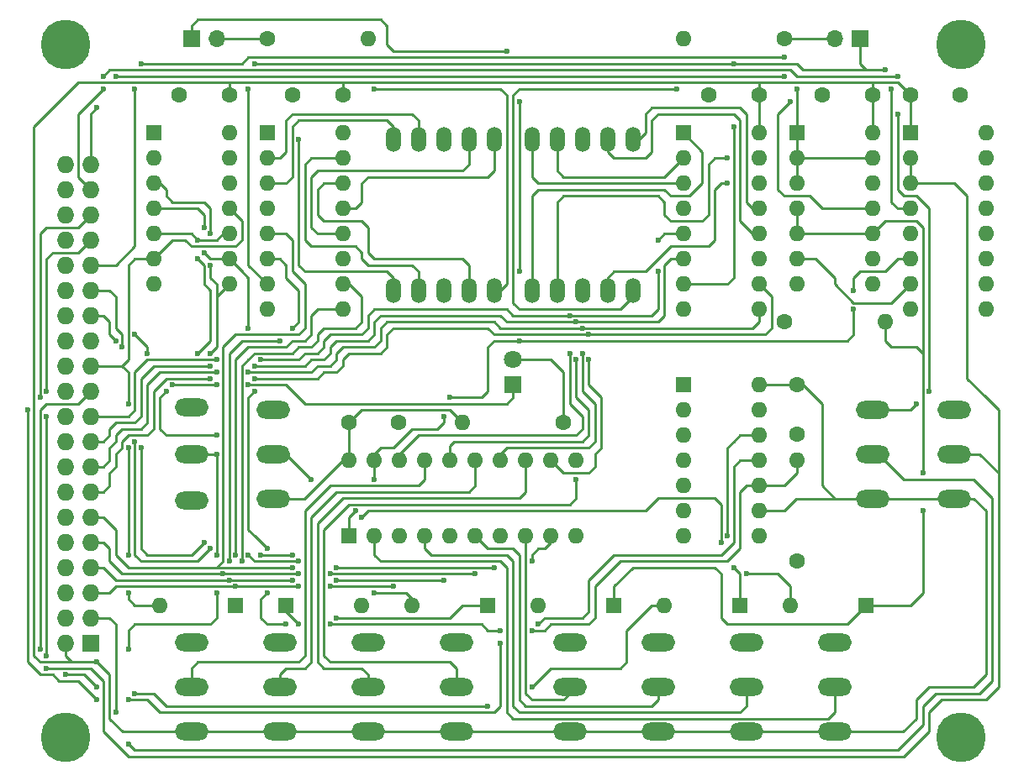
<source format=gtl>
G04 #@! TF.FileFunction,Copper,L1,Top,Signal*
%FSLAX46Y46*%
G04 Gerber Fmt 4.6, Leading zero omitted, Abs format (unit mm)*
G04 Created by KiCad (PCBNEW 4.0.7) date 10/02/18 18:52:56*
%MOMM*%
%LPD*%
G01*
G04 APERTURE LIST*
%ADD10C,0.100000*%
%ADD11R,1.600000X1.600000*%
%ADD12O,1.600000X1.600000*%
%ADD13R,1.727200X1.727200*%
%ADD14O,1.727200X1.727200*%
%ADD15C,5.000000*%
%ADD16C,1.600000*%
%ADD17R,1.800000X1.800000*%
%ADD18C,1.800000*%
%ADD19O,1.524000X2.524000*%
%ADD20O,3.400000X1.800000*%
%ADD21R,1.700000X1.700000*%
%ADD22O,1.700000X1.700000*%
%ADD23C,0.600000*%
%ADD24C,0.250000*%
G04 APERTURE END LIST*
D10*
D11*
X178435000Y-80645000D03*
D12*
X186055000Y-95885000D03*
X178435000Y-83185000D03*
X186055000Y-93345000D03*
X178435000Y-85725000D03*
X186055000Y-90805000D03*
X178435000Y-88265000D03*
X186055000Y-88265000D03*
X178435000Y-90805000D03*
X186055000Y-85725000D03*
X178435000Y-93345000D03*
X186055000Y-83185000D03*
X178435000Y-95885000D03*
X186055000Y-80645000D03*
D13*
X107315000Y-132080000D03*
D14*
X104775000Y-132080000D03*
X107315000Y-129540000D03*
X104775000Y-129540000D03*
X107315000Y-127000000D03*
X104775000Y-127000000D03*
X107315000Y-124460000D03*
X104775000Y-124460000D03*
X107315000Y-121920000D03*
X104775000Y-121920000D03*
X107315000Y-119380000D03*
X104775000Y-119380000D03*
X107315000Y-116840000D03*
X104775000Y-116840000D03*
X107315000Y-114300000D03*
X104775000Y-114300000D03*
X107315000Y-111760000D03*
X104775000Y-111760000D03*
X107315000Y-109220000D03*
X104775000Y-109220000D03*
X107315000Y-106680000D03*
X104775000Y-106680000D03*
X107315000Y-104140000D03*
X104775000Y-104140000D03*
X107315000Y-101600000D03*
X104775000Y-101600000D03*
X107315000Y-99060000D03*
X104775000Y-99060000D03*
X107315000Y-96520000D03*
X104775000Y-96520000D03*
X107315000Y-93980000D03*
X104775000Y-93980000D03*
X107315000Y-91440000D03*
X104775000Y-91440000D03*
X107315000Y-88900000D03*
X104775000Y-88900000D03*
X107315000Y-86360000D03*
X104775000Y-86360000D03*
X107315000Y-83820000D03*
X104775000Y-83820000D03*
D11*
X167005000Y-80645000D03*
D12*
X174625000Y-98425000D03*
X167005000Y-83185000D03*
X174625000Y-95885000D03*
X167005000Y-85725000D03*
X174625000Y-93345000D03*
X167005000Y-88265000D03*
X174625000Y-90805000D03*
X167005000Y-90805000D03*
X174625000Y-88265000D03*
X167005000Y-93345000D03*
X174625000Y-85725000D03*
X167005000Y-95885000D03*
X174625000Y-83185000D03*
X167005000Y-98425000D03*
X174625000Y-80645000D03*
D11*
X133350000Y-121285000D03*
D12*
X156210000Y-113665000D03*
X135890000Y-121285000D03*
X153670000Y-113665000D03*
X138430000Y-121285000D03*
X151130000Y-113665000D03*
X140970000Y-121285000D03*
X148590000Y-113665000D03*
X143510000Y-121285000D03*
X146050000Y-113665000D03*
X146050000Y-121285000D03*
X143510000Y-113665000D03*
X148590000Y-121285000D03*
X140970000Y-113665000D03*
X151130000Y-121285000D03*
X138430000Y-113665000D03*
X153670000Y-121285000D03*
X135890000Y-113665000D03*
X156210000Y-121285000D03*
X133350000Y-113665000D03*
D11*
X167005000Y-106045000D03*
D12*
X174625000Y-121285000D03*
X167005000Y-108585000D03*
X174625000Y-118745000D03*
X167005000Y-111125000D03*
X174625000Y-116205000D03*
X167005000Y-113665000D03*
X174625000Y-113665000D03*
X167005000Y-116205000D03*
X174625000Y-111125000D03*
X167005000Y-118745000D03*
X174625000Y-108585000D03*
X167005000Y-121285000D03*
X174625000Y-106045000D03*
D11*
X189865000Y-80645000D03*
D12*
X197485000Y-98425000D03*
X189865000Y-83185000D03*
X197485000Y-95885000D03*
X189865000Y-85725000D03*
X197485000Y-93345000D03*
X189865000Y-88265000D03*
X197485000Y-90805000D03*
X189865000Y-90805000D03*
X197485000Y-88265000D03*
X189865000Y-93345000D03*
X197485000Y-85725000D03*
X189865000Y-95885000D03*
X197485000Y-83185000D03*
X189865000Y-98425000D03*
X197485000Y-80645000D03*
D11*
X113665000Y-80645000D03*
D12*
X121285000Y-95885000D03*
X113665000Y-83185000D03*
X121285000Y-93345000D03*
X113665000Y-85725000D03*
X121285000Y-90805000D03*
X113665000Y-88265000D03*
X121285000Y-88265000D03*
X113665000Y-90805000D03*
X121285000Y-85725000D03*
X113665000Y-93345000D03*
X121285000Y-83185000D03*
X113665000Y-95885000D03*
X121285000Y-80645000D03*
D15*
X104775000Y-71755000D03*
X194945000Y-71755000D03*
D11*
X125095000Y-80645000D03*
D12*
X132715000Y-98425000D03*
X125095000Y-83185000D03*
X132715000Y-95885000D03*
X125095000Y-85725000D03*
X132715000Y-93345000D03*
X125095000Y-88265000D03*
X132715000Y-90805000D03*
X125095000Y-90805000D03*
X132715000Y-88265000D03*
X125095000Y-93345000D03*
X132715000Y-85725000D03*
X125095000Y-95885000D03*
X132715000Y-83185000D03*
X125095000Y-98425000D03*
X132715000Y-80645000D03*
D16*
X177165000Y-99695000D03*
D12*
X187325000Y-99695000D03*
D16*
X178435000Y-123825000D03*
D12*
X178435000Y-113665000D03*
D16*
X154940000Y-109855000D03*
D12*
X144780000Y-109855000D03*
D15*
X194945000Y-141605000D03*
X104775000Y-141605000D03*
D11*
X160020000Y-128270000D03*
D12*
X152400000Y-128270000D03*
D11*
X185420000Y-128270000D03*
D12*
X177800000Y-128270000D03*
D11*
X172720000Y-128270000D03*
D12*
X165100000Y-128270000D03*
D11*
X127000000Y-128270000D03*
D12*
X134620000Y-128270000D03*
D11*
X121920000Y-128270000D03*
D12*
X114300000Y-128270000D03*
D11*
X147320000Y-128270000D03*
D12*
X139700000Y-128270000D03*
D17*
X149860000Y-106045000D03*
D18*
X149860000Y-103505000D03*
D16*
X174625000Y-76835000D03*
X169625000Y-76835000D03*
X133350000Y-109855000D03*
X138350000Y-109855000D03*
X132715000Y-76835000D03*
X127715000Y-76835000D03*
X186055000Y-76835000D03*
X181055000Y-76835000D03*
X178435000Y-106045000D03*
X178435000Y-111045000D03*
X189865000Y-76835000D03*
X194865000Y-76835000D03*
X121285000Y-76835000D03*
X116285000Y-76835000D03*
D19*
X151765000Y-96520000D03*
X154305000Y-96520000D03*
X156845000Y-96520000D03*
X159385000Y-96520000D03*
X161925000Y-96520000D03*
X161925000Y-81280000D03*
X159385000Y-81280000D03*
X156845000Y-81280000D03*
X154305000Y-81280000D03*
X151765000Y-81280000D03*
X137795000Y-96520000D03*
X140335000Y-96520000D03*
X142875000Y-96520000D03*
X145415000Y-96520000D03*
X147955000Y-96520000D03*
X147955000Y-81280000D03*
X145415000Y-81280000D03*
X142875000Y-81280000D03*
X140335000Y-81280000D03*
X137795000Y-81280000D03*
D20*
X194310000Y-117530000D03*
X194310000Y-113030000D03*
X194310000Y-108530000D03*
X125730000Y-117530000D03*
X125730000Y-113030000D03*
X125730000Y-108530000D03*
X173355000Y-141025000D03*
X173355000Y-136525000D03*
X173355000Y-132025000D03*
D21*
X117475000Y-71120000D03*
D22*
X120015000Y-71120000D03*
D21*
X184785000Y-71120000D03*
D22*
X182245000Y-71120000D03*
D16*
X125095000Y-71120000D03*
D12*
X135255000Y-71120000D03*
D16*
X177165000Y-71120000D03*
D12*
X167005000Y-71120000D03*
D20*
X186055000Y-117530000D03*
X186055000Y-113030000D03*
X186055000Y-108530000D03*
X117475000Y-141025000D03*
X117475000Y-136525000D03*
X117475000Y-132025000D03*
X126365000Y-141025000D03*
X126365000Y-136525000D03*
X126365000Y-132025000D03*
X135255000Y-141025000D03*
X135255000Y-136525000D03*
X135255000Y-132025000D03*
X144145000Y-141025000D03*
X144145000Y-136525000D03*
X144145000Y-132025000D03*
X155575000Y-141025000D03*
X155575000Y-136525000D03*
X155575000Y-132025000D03*
X164465000Y-141025000D03*
X164465000Y-136525000D03*
X164465000Y-132025000D03*
X182245000Y-141025000D03*
X182245000Y-136525000D03*
X182245000Y-132025000D03*
X117475000Y-108330000D03*
X117475000Y-113030000D03*
X117475000Y-117730000D03*
D23*
X128270000Y-81280000D03*
X171450000Y-83185000D03*
X171450000Y-85725000D03*
X107950000Y-133985000D03*
X111125000Y-132715000D03*
X120015000Y-127000000D03*
X120015000Y-123190000D03*
X120015000Y-113030000D03*
X123190000Y-100330000D03*
X123825000Y-106680000D03*
X132080000Y-129540000D03*
X127000000Y-130175000D03*
X125095000Y-122555000D03*
X125095000Y-127000000D03*
X118745000Y-92710000D03*
X118745000Y-90170000D03*
X152400000Y-130175000D03*
X127635000Y-123190000D03*
X135890000Y-127000000D03*
X112395000Y-112395000D03*
X118745000Y-121920000D03*
X109855000Y-101600000D03*
X124460000Y-123190000D03*
X128270000Y-130175000D03*
X131445000Y-130175000D03*
X148590000Y-130810000D03*
X151765000Y-130810000D03*
X110490000Y-102235000D03*
X123190000Y-123190000D03*
X119380000Y-122555000D03*
X128270000Y-123825000D03*
X111760000Y-111760000D03*
X172085000Y-124460000D03*
X171450000Y-121285000D03*
X102870000Y-106680000D03*
X102870000Y-109220000D03*
X102870000Y-133350000D03*
X104775000Y-135255000D03*
X111760000Y-137160000D03*
X107950000Y-136525000D03*
X147320000Y-138430000D03*
X151765000Y-136525000D03*
X191135000Y-118745000D03*
X191135000Y-114935000D03*
X134620000Y-119380000D03*
X173355000Y-125095000D03*
X170815000Y-121920000D03*
X129540000Y-115570000D03*
X120015000Y-111125000D03*
X118110000Y-91440000D03*
X118110000Y-93345000D03*
X118110000Y-102870000D03*
X114935000Y-106680000D03*
X102235000Y-107315000D03*
X100965000Y-108585000D03*
X111125000Y-137795000D03*
X107950000Y-137795000D03*
X148590000Y-132080000D03*
X177800000Y-77470000D03*
X177165000Y-73025000D03*
X112395000Y-73660000D03*
X111760000Y-76200000D03*
X190500000Y-107950000D03*
X191770000Y-106680000D03*
X107950000Y-78105000D03*
X108585000Y-74930000D03*
X188595000Y-74930000D03*
X188595000Y-78740000D03*
X177165000Y-74930000D03*
X178435000Y-76200000D03*
X108585000Y-76200000D03*
X109855000Y-74930000D03*
X155575000Y-99060000D03*
X155575000Y-102870000D03*
X164465000Y-91440000D03*
X120015000Y-103505000D03*
X124460000Y-103505000D03*
X164465000Y-94615000D03*
X156210000Y-99695000D03*
X156210000Y-103505000D03*
X123825000Y-104140000D03*
X119380000Y-104140000D03*
X156845000Y-100330000D03*
X156845000Y-102870000D03*
X123190000Y-104775000D03*
X120015000Y-104775000D03*
X157480000Y-100965000D03*
X157480000Y-103505000D03*
X123825000Y-105410000D03*
X119380000Y-105410000D03*
X127635000Y-124460000D03*
X132080000Y-124460000D03*
X151765000Y-123825000D03*
X147955000Y-124460000D03*
X120650000Y-125095000D03*
X121285000Y-123825000D03*
X126365000Y-101600000D03*
X127635000Y-100330000D03*
X131445000Y-125095000D03*
X128270000Y-125095000D03*
X146050000Y-125095000D03*
X121920000Y-123190000D03*
X121285000Y-125730000D03*
X142875000Y-125730000D03*
X127635000Y-125730000D03*
X132080000Y-125730000D03*
X121920000Y-126365000D03*
X122555000Y-123825000D03*
X128270000Y-126365000D03*
X131445000Y-126365000D03*
X137795000Y-126365000D03*
X156210000Y-115570000D03*
X123190000Y-76200000D03*
X123825000Y-73660000D03*
X172085000Y-73660000D03*
X172085000Y-80010000D03*
X187960000Y-76200000D03*
X187325000Y-74295000D03*
X150495000Y-101600000D03*
X150495000Y-94615000D03*
X150495000Y-77470000D03*
X149225000Y-72390000D03*
X143510000Y-107315000D03*
X142875000Y-109220000D03*
X184150000Y-98425000D03*
X184150000Y-96520000D03*
X135890000Y-115570000D03*
X133985000Y-118745000D03*
X111125000Y-123190000D03*
X111125000Y-127000000D03*
X111125000Y-112395000D03*
X111125000Y-107950000D03*
X102870000Y-134620000D03*
X102235000Y-132715000D03*
X111125000Y-142240000D03*
X109855000Y-139065000D03*
X119380000Y-102870000D03*
X119380000Y-93980000D03*
X119380000Y-90805000D03*
X135890000Y-76200000D03*
X166370000Y-76200000D03*
X123190000Y-106045000D03*
X120015000Y-106045000D03*
X115570000Y-106045000D03*
X113030000Y-102870000D03*
X111760000Y-100965000D03*
D24*
X128270000Y-87630000D02*
X128270000Y-81280000D01*
X130175000Y-94615000D02*
X128905000Y-94615000D01*
X128270000Y-93980000D02*
X128270000Y-87630000D01*
X128905000Y-94615000D02*
X128270000Y-93980000D01*
X131445000Y-94615000D02*
X130175000Y-94615000D01*
X137160000Y-94615000D02*
X137795000Y-95250000D01*
X131445000Y-94615000D02*
X137160000Y-94615000D01*
X137795000Y-95250000D02*
X137795000Y-96520000D01*
X133985000Y-92075000D02*
X134620000Y-92710000D01*
X139700000Y-93980000D02*
X140335000Y-94615000D01*
X135255000Y-93980000D02*
X139700000Y-93980000D01*
X134620000Y-93345000D02*
X135255000Y-93980000D01*
X134620000Y-92710000D02*
X134620000Y-93345000D01*
X130810000Y-92075000D02*
X129540000Y-92075000D01*
X129540000Y-83185000D02*
X130810000Y-83185000D01*
X128905000Y-83820000D02*
X129540000Y-83185000D01*
X128905000Y-91440000D02*
X128905000Y-83820000D01*
X129540000Y-92075000D02*
X128905000Y-91440000D01*
X132715000Y-83185000D02*
X130810000Y-83185000D01*
X130810000Y-92075000D02*
X132080000Y-92075000D01*
X132715000Y-83185000D02*
X132080000Y-83185000D01*
X132080000Y-92075000D02*
X133985000Y-92075000D01*
X140335000Y-94615000D02*
X140335000Y-96520000D01*
X134620000Y-89535000D02*
X135255000Y-90170000D01*
X144780000Y-93345000D02*
X145415000Y-93980000D01*
X135890000Y-93345000D02*
X144780000Y-93345000D01*
X135255000Y-92710000D02*
X135890000Y-93345000D01*
X135255000Y-90170000D02*
X135255000Y-92710000D01*
X132715000Y-85725000D02*
X130810000Y-85725000D01*
X130810000Y-89535000D02*
X132080000Y-89535000D01*
X130175000Y-88900000D02*
X130810000Y-89535000D01*
X130175000Y-86360000D02*
X130175000Y-88900000D01*
X130810000Y-85725000D02*
X130175000Y-86360000D01*
X132715000Y-85725000D02*
X132080000Y-85725000D01*
X132080000Y-89535000D02*
X133985000Y-89535000D01*
X133985000Y-89535000D02*
X134620000Y-89535000D01*
X145415000Y-93980000D02*
X145415000Y-96520000D01*
X147955000Y-81280000D02*
X147955000Y-84455000D01*
X133985000Y-88265000D02*
X132715000Y-88265000D01*
X134620000Y-87630000D02*
X133985000Y-88265000D01*
X134620000Y-85725000D02*
X134620000Y-87630000D01*
X135255000Y-85090000D02*
X134620000Y-85725000D01*
X147320000Y-85090000D02*
X135255000Y-85090000D01*
X147955000Y-84455000D02*
X147320000Y-85090000D01*
X131445000Y-90805000D02*
X130175000Y-90805000D01*
X130175000Y-84455000D02*
X131445000Y-84455000D01*
X129540000Y-85090000D02*
X130175000Y-84455000D01*
X129540000Y-90170000D02*
X129540000Y-85090000D01*
X130175000Y-90805000D02*
X129540000Y-90170000D01*
X132715000Y-90805000D02*
X131445000Y-90805000D01*
X145415000Y-83820000D02*
X145415000Y-81280000D01*
X131445000Y-84455000D02*
X144780000Y-84455000D01*
X144780000Y-84455000D02*
X145415000Y-83820000D01*
X134620000Y-78740000D02*
X139700000Y-78740000D01*
X126365000Y-83185000D02*
X127000000Y-82550000D01*
X127000000Y-82550000D02*
X127000000Y-79375000D01*
X127000000Y-79375000D02*
X127635000Y-78740000D01*
X127635000Y-78740000D02*
X134620000Y-78740000D01*
X125095000Y-83185000D02*
X126365000Y-83185000D01*
X140335000Y-79375000D02*
X140335000Y-81280000D01*
X139700000Y-78740000D02*
X140335000Y-79375000D01*
X134620000Y-79375000D02*
X137160000Y-79375000D01*
X127000000Y-85725000D02*
X127635000Y-85090000D01*
X127635000Y-85090000D02*
X127635000Y-80010000D01*
X127635000Y-80010000D02*
X128270000Y-79375000D01*
X128270000Y-79375000D02*
X134620000Y-79375000D01*
X125095000Y-85725000D02*
X127000000Y-85725000D01*
X137795000Y-80010000D02*
X137795000Y-81280000D01*
X137160000Y-79375000D02*
X137795000Y-80010000D01*
X165735000Y-86995000D02*
X165100000Y-86360000D01*
X151765000Y-86995000D02*
X151765000Y-87630000D01*
X152400000Y-86360000D02*
X151765000Y-86995000D01*
X165100000Y-86360000D02*
X152400000Y-86360000D01*
X151765000Y-96520000D02*
X151765000Y-87630000D01*
X168910000Y-82550000D02*
X167005000Y-80645000D01*
X168910000Y-85725000D02*
X168910000Y-82550000D01*
X167640000Y-86995000D02*
X168910000Y-85725000D01*
X165735000Y-86995000D02*
X167640000Y-86995000D01*
X170180000Y-83185000D02*
X171450000Y-83185000D01*
X169545000Y-88900000D02*
X168910000Y-89535000D01*
X169545000Y-83820000D02*
X169545000Y-88900000D01*
X170180000Y-83185000D02*
X169545000Y-83820000D01*
X154305000Y-90170000D02*
X154305000Y-96520000D01*
X165735000Y-89535000D02*
X168275000Y-89535000D01*
X168910000Y-89535000D02*
X168275000Y-89535000D01*
X165100000Y-88900000D02*
X165100000Y-87630000D01*
X165100000Y-87630000D02*
X164465000Y-86995000D01*
X164465000Y-86995000D02*
X154940000Y-86995000D01*
X154940000Y-86995000D02*
X154305000Y-87630000D01*
X154305000Y-87630000D02*
X154305000Y-90170000D01*
X165735000Y-89535000D02*
X165100000Y-88900000D01*
X170815000Y-85725000D02*
X171450000Y-85725000D01*
X159385000Y-96520000D02*
X159385000Y-95250000D01*
X165735000Y-92075000D02*
X163195000Y-94615000D01*
X163195000Y-94615000D02*
X160020000Y-94615000D01*
X160020000Y-94615000D02*
X159385000Y-95250000D01*
X168275000Y-92075000D02*
X169545000Y-92075000D01*
X170180000Y-86360000D02*
X170815000Y-85725000D01*
X170180000Y-91440000D02*
X170180000Y-86360000D01*
X169545000Y-92075000D02*
X170180000Y-91440000D01*
X168275000Y-92075000D02*
X165735000Y-92075000D01*
X161925000Y-81280000D02*
X162560000Y-81280000D01*
X162560000Y-81280000D02*
X163195000Y-80645000D01*
X163195000Y-80645000D02*
X163195000Y-78740000D01*
X163195000Y-78740000D02*
X163830000Y-78105000D01*
X174625000Y-88265000D02*
X173990000Y-88265000D01*
X173990000Y-88265000D02*
X173355000Y-87630000D01*
X173355000Y-87630000D02*
X173355000Y-78740000D01*
X173355000Y-78740000D02*
X172720000Y-78105000D01*
X172720000Y-78105000D02*
X163830000Y-78105000D01*
X163830000Y-81915000D02*
X163830000Y-82550000D01*
X160020000Y-83185000D02*
X159385000Y-82550000D01*
X163195000Y-83185000D02*
X160020000Y-83185000D01*
X163830000Y-82550000D02*
X163195000Y-83185000D01*
X165100000Y-78740000D02*
X164465000Y-78740000D01*
X172720000Y-79375000D02*
X172085000Y-78740000D01*
X172085000Y-78740000D02*
X165100000Y-78740000D01*
X173990000Y-90805000D02*
X172720000Y-89535000D01*
X172720000Y-89535000D02*
X172720000Y-84455000D01*
X172720000Y-84455000D02*
X172720000Y-79375000D01*
X159385000Y-82550000D02*
X159385000Y-81280000D01*
X163830000Y-79375000D02*
X163830000Y-81915000D01*
X164465000Y-78740000D02*
X163830000Y-79375000D01*
X174625000Y-90805000D02*
X173990000Y-90805000D01*
X154305000Y-81280000D02*
X154305000Y-84455000D01*
X165100000Y-85090000D02*
X167005000Y-83185000D01*
X154940000Y-85090000D02*
X165100000Y-85090000D01*
X154305000Y-84455000D02*
X154940000Y-85090000D01*
X151765000Y-81280000D02*
X151765000Y-85090000D01*
X152400000Y-85725000D02*
X167005000Y-85725000D01*
X151765000Y-85090000D02*
X152400000Y-85725000D01*
X125730000Y-117530000D02*
X128850000Y-117530000D01*
X128850000Y-117530000D02*
X132715000Y-113665000D01*
X132715000Y-113665000D02*
X133350000Y-113665000D01*
X143510000Y-108585000D02*
X134620000Y-108585000D01*
X134620000Y-108585000D02*
X133350000Y-109855000D01*
X114935000Y-130175000D02*
X111760000Y-130175000D01*
X111125000Y-130810000D02*
X111125000Y-132715000D01*
X111760000Y-130175000D02*
X111125000Y-130810000D01*
X117475000Y-113030000D02*
X120015000Y-113030000D01*
X120015000Y-129540000D02*
X120015000Y-127000000D01*
X119380000Y-130175000D02*
X120015000Y-129540000D01*
X120015000Y-123190000D02*
X120015000Y-113030000D01*
X115570000Y-130175000D02*
X119380000Y-130175000D01*
X114935000Y-130175000D02*
X115570000Y-130175000D01*
X117475000Y-113030000D02*
X116840000Y-113030000D01*
X114300000Y-141025000D02*
X114300000Y-140970000D01*
X114300000Y-140970000D02*
X114300000Y-141025000D01*
X194310000Y-117530000D02*
X186055000Y-117530000D01*
X143455000Y-108530000D02*
X143510000Y-108585000D01*
X143510000Y-108585000D02*
X144780000Y-109855000D01*
X194310000Y-117530000D02*
X196270000Y-117530000D01*
X191770000Y-136525000D02*
X193040000Y-136525000D01*
X190500000Y-137795000D02*
X191770000Y-136525000D01*
X190500000Y-139700000D02*
X190500000Y-137795000D01*
X189175000Y-141025000D02*
X190500000Y-139700000D01*
X182245000Y-141025000D02*
X189175000Y-141025000D01*
X197485000Y-118745000D02*
X197485000Y-135255000D01*
X197485000Y-135255000D02*
X196215000Y-136525000D01*
X196215000Y-136525000D02*
X193040000Y-136525000D01*
X196270000Y-117530000D02*
X197485000Y-118745000D01*
X178435000Y-106045000D02*
X179070000Y-106045000D01*
X179070000Y-106045000D02*
X180975000Y-107950000D01*
X180975000Y-116205000D02*
X182300000Y-117530000D01*
X180975000Y-107950000D02*
X180975000Y-116205000D01*
X174625000Y-106045000D02*
X178435000Y-106045000D01*
X174625000Y-118745000D02*
X177165000Y-118745000D01*
X178380000Y-117530000D02*
X182300000Y-117530000D01*
X182300000Y-117530000D02*
X186055000Y-117530000D01*
X177165000Y-118745000D02*
X178380000Y-117530000D01*
X174625000Y-76835000D02*
X174625000Y-80645000D01*
X189865000Y-76835000D02*
X189865000Y-80645000D01*
X186055000Y-76835000D02*
X186055000Y-80645000D01*
X133350000Y-109855000D02*
X133350000Y-113665000D01*
X105410000Y-133985000D02*
X107950000Y-133985000D01*
X107950000Y-133985000D02*
X109220000Y-135255000D01*
X110545000Y-141025000D02*
X114300000Y-141025000D01*
X109220000Y-139700000D02*
X110545000Y-141025000D01*
X109220000Y-135255000D02*
X109220000Y-139700000D01*
X114300000Y-141025000D02*
X117475000Y-141025000D01*
X173355000Y-141025000D02*
X182245000Y-141025000D01*
X164465000Y-141025000D02*
X173355000Y-141025000D01*
X155575000Y-141025000D02*
X164465000Y-141025000D01*
X144145000Y-141025000D02*
X155575000Y-141025000D01*
X135255000Y-141025000D02*
X144145000Y-141025000D01*
X126365000Y-141025000D02*
X135255000Y-141025000D01*
X117475000Y-141025000D02*
X126365000Y-141025000D01*
X101600000Y-80010000D02*
X106045000Y-75565000D01*
X186055000Y-75565000D02*
X186055000Y-76835000D01*
X174625000Y-76835000D02*
X174625000Y-75565000D01*
X132715000Y-75565000D02*
X132715000Y-76835000D01*
X121285000Y-75565000D02*
X122555000Y-75565000D01*
X105410000Y-133985000D02*
X102235000Y-133985000D01*
X101600000Y-133350000D02*
X101600000Y-80010000D01*
X102235000Y-133985000D02*
X101600000Y-133350000D01*
X121285000Y-75565000D02*
X121285000Y-76835000D01*
X106045000Y-75565000D02*
X121285000Y-75565000D01*
X133985000Y-75565000D02*
X132715000Y-75565000D01*
X174625000Y-75565000D02*
X133985000Y-75565000D01*
X132715000Y-75565000D02*
X122555000Y-75565000D01*
X175895000Y-75565000D02*
X174625000Y-75565000D01*
X175895000Y-75565000D02*
X184785000Y-75565000D01*
X184785000Y-75565000D02*
X186055000Y-75565000D01*
X186055000Y-75565000D02*
X188595000Y-75565000D01*
X188595000Y-75565000D02*
X189865000Y-76835000D01*
X104775000Y-132080000D02*
X104775000Y-133350000D01*
X104775000Y-133350000D02*
X105410000Y-133985000D01*
X124460000Y-127635000D02*
X125095000Y-127000000D01*
X121285000Y-93345000D02*
X122555000Y-94615000D01*
X123190000Y-100330000D02*
X123190000Y-97155000D01*
X123190000Y-107315000D02*
X123825000Y-106680000D01*
X123190000Y-97155000D02*
X123190000Y-96520000D01*
X123190000Y-95250000D02*
X122555000Y-94615000D01*
X123190000Y-96520000D02*
X123190000Y-95250000D01*
X144780000Y-128270000D02*
X143510000Y-129540000D01*
X143510000Y-129540000D02*
X132080000Y-129540000D01*
X127000000Y-130175000D02*
X125095000Y-130175000D01*
X125095000Y-130175000D02*
X124460000Y-129540000D01*
X124460000Y-129540000D02*
X124460000Y-127635000D01*
X144780000Y-128270000D02*
X147320000Y-128270000D01*
X123190000Y-107315000D02*
X123190000Y-118745000D01*
X123190000Y-120650000D02*
X123190000Y-118745000D01*
X123825000Y-121285000D02*
X123190000Y-120650000D01*
X125095000Y-122555000D02*
X123825000Y-121285000D01*
X118745000Y-92710000D02*
X119380000Y-93345000D01*
X119380000Y-93345000D02*
X121285000Y-93345000D01*
X113665000Y-88265000D02*
X118110000Y-88265000D01*
X118745000Y-88900000D02*
X118745000Y-90170000D01*
X118110000Y-88265000D02*
X118745000Y-88900000D01*
X169545000Y-123190000D02*
X170815000Y-123190000D01*
X157480000Y-128905000D02*
X157480000Y-125730000D01*
X153035000Y-129540000D02*
X156845000Y-129540000D01*
X156845000Y-129540000D02*
X157480000Y-128905000D01*
X152400000Y-130175000D02*
X153035000Y-129540000D01*
X160020000Y-123190000D02*
X160655000Y-123190000D01*
X157480000Y-125730000D02*
X160020000Y-123190000D01*
X160655000Y-123190000D02*
X169545000Y-123190000D01*
X172720000Y-113665000D02*
X174625000Y-113665000D01*
X172085000Y-114300000D02*
X172720000Y-113665000D01*
X172085000Y-121920000D02*
X172085000Y-114300000D01*
X170815000Y-123190000D02*
X172085000Y-121920000D01*
X127635000Y-123190000D02*
X124460000Y-123190000D01*
X139065000Y-127000000D02*
X135890000Y-127000000D01*
X139700000Y-127635000D02*
X139065000Y-127000000D01*
X112395000Y-113030000D02*
X112395000Y-112395000D01*
X117475000Y-123190000D02*
X113030000Y-123190000D01*
X113030000Y-123190000D02*
X112395000Y-122555000D01*
X112395000Y-122555000D02*
X112395000Y-113030000D01*
X118745000Y-121920000D02*
X117475000Y-123190000D01*
X139700000Y-127635000D02*
X139700000Y-128270000D01*
X109855000Y-101600000D02*
X109855000Y-101600000D01*
X108585000Y-99060000D02*
X107315000Y-99060000D01*
X109855000Y-101600000D02*
X109220000Y-100965000D01*
X109220000Y-100965000D02*
X109220000Y-99695000D01*
X109220000Y-99695000D02*
X108585000Y-99060000D01*
X153670000Y-130175000D02*
X157480000Y-130175000D01*
X158115000Y-129540000D02*
X158115000Y-126365000D01*
X157480000Y-130175000D02*
X158115000Y-129540000D01*
X153670000Y-130175000D02*
X153035000Y-130810000D01*
X158115000Y-126365000D02*
X160655000Y-123825000D01*
X174625000Y-116205000D02*
X173355000Y-116205000D01*
X172720000Y-116840000D02*
X173355000Y-116205000D01*
X172720000Y-122555000D02*
X172720000Y-116840000D01*
X171450000Y-123825000D02*
X172720000Y-122555000D01*
X160655000Y-123825000D02*
X171450000Y-123825000D01*
X147320000Y-130810000D02*
X148590000Y-130810000D01*
X131445000Y-130175000D02*
X146685000Y-130175000D01*
X128270000Y-130175000D02*
X127000000Y-128905000D01*
X146685000Y-130175000D02*
X147320000Y-130810000D01*
X153035000Y-130810000D02*
X151765000Y-130810000D01*
X127000000Y-128270000D02*
X127000000Y-128905000D01*
X174625000Y-116205000D02*
X177165000Y-116205000D01*
X177165000Y-116205000D02*
X178435000Y-114935000D01*
X178435000Y-114935000D02*
X178435000Y-113665000D01*
X110490000Y-102235000D02*
X110490000Y-100965000D01*
X119380000Y-122555000D02*
X118110000Y-123825000D01*
X123825000Y-123825000D02*
X123190000Y-123190000D01*
X128270000Y-123825000D02*
X124460000Y-123825000D01*
X124460000Y-123825000D02*
X123825000Y-123825000D01*
X111760000Y-123190000D02*
X111760000Y-111760000D01*
X112395000Y-123825000D02*
X111760000Y-123190000D01*
X118110000Y-123825000D02*
X112395000Y-123825000D01*
X109220000Y-96520000D02*
X107315000Y-96520000D01*
X109855000Y-97155000D02*
X109220000Y-96520000D01*
X109855000Y-100330000D02*
X109855000Y-97155000D01*
X110490000Y-100965000D02*
X109855000Y-100330000D01*
X172085000Y-111760000D02*
X171450000Y-112395000D01*
X172720000Y-125095000D02*
X172085000Y-124460000D01*
X172085000Y-111760000D02*
X172720000Y-111125000D01*
X174625000Y-111125000D02*
X172720000Y-111125000D01*
X172720000Y-125095000D02*
X172720000Y-128270000D01*
X171450000Y-112395000D02*
X171450000Y-121285000D01*
X165100000Y-128270000D02*
X163830000Y-128270000D01*
X113665000Y-137160000D02*
X114935000Y-138430000D01*
X114935000Y-138430000D02*
X140970000Y-138430000D01*
X104775000Y-135255000D02*
X106680000Y-135255000D01*
X102870000Y-109220000D02*
X102870000Y-133350000D01*
X103505000Y-92710000D02*
X106045000Y-92710000D01*
X102870000Y-93345000D02*
X103505000Y-92710000D01*
X106045000Y-92710000D02*
X107315000Y-91440000D01*
X102870000Y-93345000D02*
X102870000Y-106680000D01*
X106680000Y-135255000D02*
X107950000Y-136525000D01*
X111760000Y-137160000D02*
X113665000Y-137160000D01*
X147320000Y-138430000D02*
X140970000Y-138430000D01*
X153670000Y-134620000D02*
X151765000Y-136525000D01*
X160655000Y-134620000D02*
X153670000Y-134620000D01*
X161290000Y-133985000D02*
X160655000Y-134620000D01*
X161290000Y-130810000D02*
X161290000Y-133985000D01*
X163830000Y-128270000D02*
X161290000Y-130810000D01*
X160020000Y-128270000D02*
X160020000Y-126365000D01*
X170815000Y-129540000D02*
X171450000Y-130175000D01*
X170815000Y-125095000D02*
X170815000Y-129540000D01*
X170180000Y-124460000D02*
X170815000Y-125095000D01*
X161925000Y-124460000D02*
X170180000Y-124460000D01*
X160020000Y-126365000D02*
X161925000Y-124460000D01*
X191135000Y-127000000D02*
X191135000Y-118745000D01*
X191135000Y-102870000D02*
X191135000Y-114935000D01*
X189865000Y-128270000D02*
X185420000Y-128270000D01*
X189865000Y-128270000D02*
X191135000Y-127000000D01*
X190500000Y-102235000D02*
X191135000Y-102870000D01*
X187325000Y-99695000D02*
X187325000Y-101600000D01*
X187960000Y-102235000D02*
X190500000Y-102235000D01*
X187325000Y-101600000D02*
X187960000Y-102235000D01*
X191135000Y-102870000D02*
X191135000Y-102235000D01*
X191135000Y-102235000D02*
X191135000Y-90170000D01*
X187325000Y-89535000D02*
X186055000Y-90805000D01*
X190500000Y-89535000D02*
X187325000Y-89535000D01*
X191135000Y-90170000D02*
X190500000Y-89535000D01*
X178435000Y-88265000D02*
X178435000Y-90805000D01*
X186055000Y-90805000D02*
X178435000Y-90805000D01*
X171450000Y-130175000D02*
X183515000Y-130175000D01*
X183515000Y-130175000D02*
X185420000Y-128270000D01*
X176530000Y-125095000D02*
X177800000Y-126365000D01*
X173355000Y-125095000D02*
X176530000Y-125095000D01*
X170815000Y-120650000D02*
X170815000Y-121920000D01*
X177800000Y-128270000D02*
X177800000Y-126365000D01*
X135255000Y-118745000D02*
X156845000Y-118745000D01*
X134620000Y-119380000D02*
X135255000Y-118745000D01*
X156845000Y-118745000D02*
X163195000Y-118745000D01*
X164465000Y-117475000D02*
X170180000Y-117475000D01*
X170180000Y-117475000D02*
X170815000Y-118110000D01*
X170815000Y-118110000D02*
X170815000Y-120650000D01*
X163195000Y-118745000D02*
X164465000Y-117475000D01*
X129540000Y-115570000D02*
X127000000Y-113030000D01*
X127000000Y-113030000D02*
X125730000Y-113030000D01*
X114935000Y-111125000D02*
X114300000Y-110490000D01*
X115570000Y-111125000D02*
X114935000Y-111125000D01*
X120015000Y-111125000D02*
X115570000Y-111125000D01*
X113665000Y-90805000D02*
X117475000Y-90805000D01*
X117475000Y-90805000D02*
X118110000Y-91440000D01*
X118110000Y-93345000D02*
X118745000Y-93980000D01*
X118745000Y-93980000D02*
X118745000Y-95885000D01*
X118745000Y-95885000D02*
X119380000Y-96520000D01*
X119380000Y-96520000D02*
X119380000Y-101600000D01*
X119380000Y-101600000D02*
X118110000Y-102870000D01*
X114935000Y-106680000D02*
X114300000Y-107315000D01*
X114300000Y-107315000D02*
X114300000Y-110490000D01*
X121285000Y-90805000D02*
X120650000Y-90805000D01*
X120650000Y-90805000D02*
X120015000Y-91440000D01*
X120015000Y-91440000D02*
X118110000Y-91440000D01*
X140970000Y-139065000D02*
X147955000Y-139065000D01*
X113030000Y-137795000D02*
X114300000Y-139065000D01*
X114300000Y-139065000D02*
X140970000Y-139065000D01*
X102235000Y-135255000D02*
X103505000Y-135255000D01*
X100965000Y-108585000D02*
X100965000Y-133985000D01*
X100965000Y-133985000D02*
X102235000Y-135255000D01*
X107315000Y-88900000D02*
X106045000Y-90170000D01*
X102870000Y-90170000D02*
X102235000Y-90805000D01*
X106045000Y-90170000D02*
X102870000Y-90170000D01*
X102235000Y-90805000D02*
X102235000Y-107315000D01*
X106045000Y-135890000D02*
X107950000Y-137795000D01*
X104140000Y-135890000D02*
X106045000Y-135890000D01*
X103505000Y-135255000D02*
X104140000Y-135890000D01*
X111125000Y-137795000D02*
X113030000Y-137795000D01*
X148590000Y-138430000D02*
X148590000Y-132080000D01*
X147955000Y-139065000D02*
X148590000Y-138430000D01*
X107315000Y-93980000D02*
X109855000Y-93980000D01*
X176530000Y-86360000D02*
X177165000Y-86995000D01*
X176530000Y-78740000D02*
X176530000Y-86360000D01*
X177800000Y-77470000D02*
X176530000Y-78740000D01*
X123190000Y-73025000D02*
X177165000Y-73025000D01*
X122555000Y-73660000D02*
X123190000Y-73025000D01*
X112395000Y-73660000D02*
X122555000Y-73660000D01*
X111760000Y-92075000D02*
X111760000Y-76200000D01*
X109855000Y-93980000D02*
X111760000Y-92075000D01*
X186055000Y-88265000D02*
X180975000Y-88265000D01*
X179705000Y-86995000D02*
X177165000Y-86995000D01*
X180975000Y-88265000D02*
X179705000Y-86995000D01*
X189230000Y-86995000D02*
X188595000Y-86360000D01*
X189920000Y-108530000D02*
X190500000Y-107950000D01*
X191770000Y-106680000D02*
X191770000Y-88265000D01*
X191770000Y-88265000D02*
X191135000Y-87630000D01*
X191135000Y-87630000D02*
X190500000Y-86995000D01*
X190500000Y-86995000D02*
X189230000Y-86995000D01*
X186055000Y-108530000D02*
X189920000Y-108530000D01*
X107315000Y-78740000D02*
X107315000Y-83820000D01*
X107950000Y-78105000D02*
X107315000Y-78740000D01*
X109220000Y-74295000D02*
X108585000Y-74930000D01*
X177800000Y-74295000D02*
X109220000Y-74295000D01*
X178435000Y-74930000D02*
X177800000Y-74295000D01*
X188595000Y-74930000D02*
X178435000Y-74930000D01*
X188595000Y-86360000D02*
X188595000Y-78740000D01*
X178435000Y-80645000D02*
X178435000Y-76200000D01*
X109855000Y-74930000D02*
X177165000Y-74930000D01*
X106045000Y-85090000D02*
X106045000Y-78740000D01*
X106045000Y-85090000D02*
X107315000Y-86360000D01*
X108585000Y-76200000D02*
X106045000Y-78740000D01*
X178435000Y-85725000D02*
X178435000Y-83185000D01*
X178435000Y-80645000D02*
X178435000Y-83185000D01*
X178435000Y-83185000D02*
X186055000Y-83185000D01*
X138430000Y-113665000D02*
X138430000Y-113030000D01*
X138430000Y-113030000D02*
X140335000Y-111125000D01*
X140335000Y-111125000D02*
X141605000Y-111125000D01*
X156210000Y-111125000D02*
X156845000Y-110490000D01*
X141605000Y-111125000D02*
X156210000Y-111125000D01*
X155575000Y-107950000D02*
X155575000Y-102870000D01*
X156845000Y-109220000D02*
X155575000Y-107950000D01*
X156845000Y-110490000D02*
X156845000Y-109220000D01*
X164465000Y-98425000D02*
X164465000Y-94615000D01*
X163830000Y-99060000D02*
X164465000Y-98425000D01*
X164465000Y-91440000D02*
X165100000Y-90805000D01*
X167005000Y-90805000D02*
X165100000Y-90805000D01*
X128270000Y-103505000D02*
X128905000Y-102870000D01*
X111760000Y-104775000D02*
X113030000Y-103505000D01*
X113030000Y-103505000D02*
X120015000Y-103505000D01*
X124460000Y-103505000D02*
X128270000Y-103505000D01*
X108585000Y-109220000D02*
X111125000Y-109220000D01*
X111125000Y-109220000D02*
X111760000Y-108585000D01*
X111760000Y-108585000D02*
X111760000Y-107315000D01*
X108585000Y-109220000D02*
X107315000Y-109220000D01*
X111760000Y-107315000D02*
X111760000Y-104775000D01*
X149860000Y-99060000D02*
X155575000Y-99060000D01*
X155575000Y-99060000D02*
X161925000Y-99060000D01*
X149225000Y-98425000D02*
X149860000Y-99060000D01*
X135890000Y-98425000D02*
X149225000Y-98425000D01*
X135255000Y-99060000D02*
X135890000Y-98425000D01*
X135255000Y-100330000D02*
X135255000Y-99060000D01*
X134620000Y-100965000D02*
X135255000Y-100330000D01*
X131445000Y-100965000D02*
X134620000Y-100965000D01*
X130810000Y-101600000D02*
X131445000Y-100965000D01*
X130810000Y-102235000D02*
X130810000Y-101600000D01*
X130175000Y-102870000D02*
X130810000Y-102235000D01*
X128905000Y-102870000D02*
X130175000Y-102870000D01*
X161925000Y-99060000D02*
X163830000Y-99060000D01*
X112395000Y-107315000D02*
X112395000Y-105410000D01*
X156845000Y-111760000D02*
X157480000Y-111125000D01*
X143510000Y-112210002D02*
X143960002Y-111760000D01*
X143960002Y-111760000D02*
X156845000Y-111760000D01*
X143510000Y-113665000D02*
X143510000Y-112210002D01*
X156210000Y-107315000D02*
X156210000Y-103505000D01*
X157480000Y-108585000D02*
X156210000Y-107315000D01*
X157480000Y-111125000D02*
X157480000Y-108585000D01*
X167005000Y-93345000D02*
X165735000Y-93345000D01*
X128905000Y-104140000D02*
X129540000Y-103505000D01*
X129540000Y-103505000D02*
X130810000Y-103505000D01*
X130810000Y-103505000D02*
X131445000Y-102870000D01*
X131445000Y-102870000D02*
X131445000Y-102235000D01*
X131445000Y-102235000D02*
X132080000Y-101600000D01*
X132080000Y-101600000D02*
X135255000Y-101600000D01*
X135255000Y-101600000D02*
X135890000Y-100965000D01*
X135890000Y-100965000D02*
X135890000Y-99695000D01*
X135890000Y-99695000D02*
X136525000Y-99060000D01*
X136525000Y-99060000D02*
X148590000Y-99060000D01*
X148590000Y-99060000D02*
X149225000Y-99695000D01*
X149225000Y-99695000D02*
X156210000Y-99695000D01*
X156210000Y-99695000D02*
X161925000Y-99695000D01*
X108585000Y-111760000D02*
X109220000Y-111125000D01*
X109220000Y-111125000D02*
X109220000Y-110490000D01*
X109220000Y-110490000D02*
X109855000Y-109855000D01*
X109855000Y-109855000D02*
X111760000Y-109855000D01*
X111760000Y-109855000D02*
X112395000Y-109220000D01*
X112395000Y-109220000D02*
X112395000Y-107315000D01*
X108585000Y-111760000D02*
X107315000Y-111760000D01*
X123825000Y-104140000D02*
X127000000Y-104140000D01*
X113665000Y-104140000D02*
X119380000Y-104140000D01*
X112395000Y-105410000D02*
X113665000Y-104140000D01*
X127000000Y-104140000D02*
X128905000Y-104140000D01*
X164465000Y-99695000D02*
X161925000Y-99695000D01*
X165100000Y-99060000D02*
X164465000Y-99695000D01*
X165100000Y-93980000D02*
X165100000Y-99060000D01*
X165735000Y-93345000D02*
X165100000Y-93980000D01*
X157480000Y-112395000D02*
X158115000Y-111760000D01*
X149225000Y-112395000D02*
X157480000Y-112395000D01*
X148590000Y-113030000D02*
X149225000Y-112395000D01*
X156845000Y-106680000D02*
X156845000Y-102870000D01*
X158115000Y-107950000D02*
X156845000Y-106680000D01*
X158115000Y-111760000D02*
X158115000Y-107950000D01*
X148590000Y-113665000D02*
X148590000Y-113030000D01*
X161925000Y-100330000D02*
X173990000Y-100330000D01*
X148590000Y-100330000D02*
X156845000Y-100330000D01*
X156845000Y-100330000D02*
X161925000Y-100330000D01*
X132715000Y-102235000D02*
X135890000Y-102235000D01*
X129540000Y-104775000D02*
X130175000Y-104140000D01*
X130175000Y-104140000D02*
X131445000Y-104140000D01*
X131445000Y-104140000D02*
X132080000Y-103505000D01*
X132080000Y-103505000D02*
X132080000Y-102870000D01*
X132080000Y-102870000D02*
X132715000Y-102235000D01*
X113030000Y-107315000D02*
X113030000Y-106045000D01*
X108585000Y-114300000D02*
X109220000Y-113665000D01*
X109220000Y-113665000D02*
X109220000Y-112395000D01*
X109220000Y-112395000D02*
X109855000Y-111760000D01*
X109855000Y-111760000D02*
X109855000Y-111125000D01*
X109855000Y-111125000D02*
X110490000Y-110490000D01*
X110490000Y-110490000D02*
X112395000Y-110490000D01*
X112395000Y-110490000D02*
X113030000Y-109855000D01*
X113030000Y-109855000D02*
X113030000Y-107315000D01*
X107315000Y-114300000D02*
X108585000Y-114300000D01*
X123190000Y-104775000D02*
X126365000Y-104775000D01*
X114300000Y-104775000D02*
X120015000Y-104775000D01*
X113030000Y-106045000D02*
X114300000Y-104775000D01*
X126365000Y-104775000D02*
X129540000Y-104775000D01*
X137160000Y-99695000D02*
X147955000Y-99695000D01*
X136525000Y-100330000D02*
X137160000Y-99695000D01*
X136525000Y-101600000D02*
X136525000Y-100330000D01*
X135890000Y-102235000D02*
X136525000Y-101600000D01*
X147955000Y-99695000D02*
X148590000Y-100330000D01*
X174625000Y-99695000D02*
X174625000Y-98425000D01*
X173990000Y-100330000D02*
X174625000Y-99695000D01*
X158750000Y-112395000D02*
X158750000Y-107315000D01*
X158750000Y-107315000D02*
X157480000Y-106045000D01*
X154940000Y-114935000D02*
X157480000Y-114935000D01*
X153670000Y-113665000D02*
X154940000Y-114935000D01*
X158115000Y-113030000D02*
X158115000Y-114300000D01*
X158115000Y-114300000D02*
X157480000Y-114935000D01*
X158750000Y-112395000D02*
X158115000Y-113030000D01*
X157480000Y-103505000D02*
X157480000Y-106045000D01*
X174625000Y-95885000D02*
X175895000Y-97155000D01*
X147320000Y-100330000D02*
X147955000Y-100965000D01*
X147955000Y-100965000D02*
X157480000Y-100965000D01*
X157480000Y-100965000D02*
X161925000Y-100965000D01*
X133350000Y-102870000D02*
X135890000Y-102870000D01*
X130175000Y-105410000D02*
X130810000Y-104775000D01*
X130810000Y-104775000D02*
X132080000Y-104775000D01*
X132080000Y-104775000D02*
X132715000Y-104140000D01*
X132715000Y-104140000D02*
X132715000Y-103505000D01*
X132715000Y-103505000D02*
X133350000Y-102870000D01*
X113665000Y-107315000D02*
X113665000Y-106680000D01*
X108585000Y-116840000D02*
X109220000Y-116205000D01*
X109220000Y-116205000D02*
X109220000Y-114935000D01*
X109220000Y-114935000D02*
X109855000Y-114300000D01*
X109855000Y-114300000D02*
X109855000Y-113030000D01*
X109855000Y-113030000D02*
X110490000Y-112395000D01*
X110490000Y-112395000D02*
X110490000Y-111760000D01*
X110490000Y-111760000D02*
X111125000Y-111125000D01*
X111125000Y-111125000D02*
X113030000Y-111125000D01*
X113030000Y-111125000D02*
X113665000Y-110490000D01*
X113665000Y-110490000D02*
X113665000Y-107315000D01*
X108585000Y-116840000D02*
X107315000Y-116840000D01*
X114935000Y-105410000D02*
X119380000Y-105410000D01*
X113665000Y-106680000D02*
X114935000Y-105410000D01*
X123825000Y-105410000D02*
X130175000Y-105410000D01*
X137795000Y-100330000D02*
X146685000Y-100330000D01*
X137160000Y-100965000D02*
X137795000Y-100330000D01*
X137160000Y-102235000D02*
X137160000Y-100965000D01*
X136525000Y-102870000D02*
X137160000Y-102235000D01*
X135890000Y-102870000D02*
X136525000Y-102870000D01*
X146685000Y-100330000D02*
X147320000Y-100330000D01*
X175260000Y-100965000D02*
X161925000Y-100965000D01*
X175895000Y-100330000D02*
X175260000Y-100965000D01*
X175895000Y-97155000D02*
X175895000Y-100330000D01*
X120650000Y-102235000D02*
X121920000Y-100965000D01*
X121920000Y-100965000D02*
X125095000Y-100965000D01*
X120650000Y-123825000D02*
X120015000Y-124460000D01*
X120650000Y-123825000D02*
X120650000Y-113665000D01*
X120650000Y-113665000D02*
X120650000Y-102235000D01*
X128270000Y-100965000D02*
X125095000Y-100965000D01*
X128905000Y-100330000D02*
X128270000Y-100965000D01*
X128905000Y-95885000D02*
X128905000Y-100330000D01*
X127635000Y-94615000D02*
X128905000Y-95885000D01*
X127635000Y-91440000D02*
X127635000Y-94615000D01*
X111125000Y-124460000D02*
X120015000Y-124460000D01*
X120015000Y-124460000D02*
X127635000Y-124460000D01*
X109855000Y-123190000D02*
X111125000Y-124460000D01*
X109855000Y-120650000D02*
X109855000Y-123190000D01*
X125095000Y-90805000D02*
X127000000Y-90805000D01*
X127000000Y-90805000D02*
X127635000Y-91440000D01*
X107315000Y-119380000D02*
X108585000Y-119380000D01*
X153035000Y-122555000D02*
X153670000Y-121920000D01*
X153035000Y-122555000D02*
X152400000Y-122555000D01*
X152400000Y-122555000D02*
X151765000Y-123190000D01*
X151765000Y-123190000D02*
X151765000Y-123825000D01*
X147955000Y-124460000D02*
X132080000Y-124460000D01*
X108585000Y-119380000D02*
X109855000Y-120650000D01*
X153670000Y-121285000D02*
X153670000Y-121920000D01*
X125095000Y-93345000D02*
X126365000Y-93345000D01*
X121285000Y-102870000D02*
X122555000Y-101600000D01*
X121285000Y-123825000D02*
X121285000Y-102870000D01*
X126365000Y-101600000D02*
X122555000Y-101600000D01*
X128270000Y-99695000D02*
X127635000Y-100330000D01*
X128270000Y-96520000D02*
X128270000Y-99695000D01*
X127000000Y-95250000D02*
X128270000Y-96520000D01*
X127000000Y-93980000D02*
X127000000Y-95250000D01*
X126365000Y-93345000D02*
X127000000Y-93980000D01*
X125095000Y-125095000D02*
X120650000Y-125095000D01*
X120650000Y-125095000D02*
X120015000Y-125095000D01*
X120015000Y-125095000D02*
X110490000Y-125095000D01*
X128270000Y-125095000D02*
X125095000Y-125095000D01*
X146050000Y-125095000D02*
X131445000Y-125095000D01*
X108585000Y-121920000D02*
X107315000Y-121920000D01*
X109220000Y-122555000D02*
X108585000Y-121920000D01*
X109220000Y-123825000D02*
X109220000Y-122555000D01*
X110490000Y-125095000D02*
X109220000Y-123825000D01*
X121920000Y-103505000D02*
X123190000Y-102235000D01*
X121920000Y-103505000D02*
X121920000Y-123190000D01*
X130175000Y-98425000D02*
X132715000Y-98425000D01*
X129540000Y-99060000D02*
X130175000Y-98425000D01*
X129540000Y-100965000D02*
X129540000Y-99060000D01*
X128905000Y-101600000D02*
X129540000Y-100965000D01*
X127635000Y-101600000D02*
X128905000Y-101600000D01*
X127000000Y-102235000D02*
X127635000Y-101600000D01*
X123190000Y-102235000D02*
X127000000Y-102235000D01*
X142875000Y-125730000D02*
X132080000Y-125730000D01*
X109220000Y-125095000D02*
X108585000Y-124460000D01*
X109855000Y-125730000D02*
X109220000Y-125095000D01*
X127635000Y-125730000D02*
X121285000Y-125730000D01*
X121285000Y-125730000D02*
X109855000Y-125730000D01*
X108585000Y-124460000D02*
X107315000Y-124460000D01*
X132715000Y-95885000D02*
X133350000Y-95885000D01*
X133350000Y-95885000D02*
X134620000Y-97155000D01*
X134620000Y-97155000D02*
X134620000Y-99695000D01*
X134620000Y-99695000D02*
X133985000Y-100330000D01*
X133985000Y-100330000D02*
X130810000Y-100330000D01*
X130810000Y-100330000D02*
X130175000Y-100965000D01*
X130175000Y-100965000D02*
X130175000Y-101600000D01*
X130175000Y-101600000D02*
X129540000Y-102235000D01*
X129540000Y-102235000D02*
X128270000Y-102235000D01*
X128270000Y-102235000D02*
X127635000Y-102870000D01*
X127635000Y-102870000D02*
X123825000Y-102870000D01*
X123825000Y-102870000D02*
X123190000Y-103505000D01*
X122555000Y-104140000D02*
X123190000Y-103505000D01*
X122555000Y-104140000D02*
X122555000Y-123825000D01*
X128270000Y-126365000D02*
X121920000Y-126365000D01*
X121920000Y-126365000D02*
X109855000Y-126365000D01*
X137795000Y-126365000D02*
X131445000Y-126365000D01*
X107315000Y-127000000D02*
X109220000Y-127000000D01*
X109855000Y-126365000D02*
X109220000Y-127000000D01*
X149225000Y-133985000D02*
X149225000Y-139065000D01*
X182245000Y-139065000D02*
X182245000Y-136525000D01*
X181610000Y-139700000D02*
X182245000Y-139065000D01*
X149860000Y-139700000D02*
X181610000Y-139700000D01*
X149225000Y-139065000D02*
X149860000Y-139700000D01*
X149225000Y-132080000D02*
X149225000Y-133985000D01*
X149225000Y-126365000D02*
X149225000Y-124460000D01*
X149225000Y-132080000D02*
X149225000Y-126365000D01*
X135890000Y-123190000D02*
X135890000Y-121285000D01*
X136525000Y-123825000D02*
X135890000Y-123190000D01*
X148590000Y-123825000D02*
X136525000Y-123825000D01*
X149225000Y-124460000D02*
X148590000Y-123825000D01*
X182245000Y-136525000D02*
X182245000Y-135890000D01*
X149860000Y-125730000D02*
X149860000Y-123825000D01*
X149860000Y-123825000D02*
X149225000Y-123190000D01*
X149860000Y-133350000D02*
X149860000Y-138430000D01*
X173355000Y-138430000D02*
X173355000Y-136525000D01*
X172720000Y-139065000D02*
X173355000Y-138430000D01*
X150495000Y-139065000D02*
X172720000Y-139065000D01*
X149860000Y-138430000D02*
X150495000Y-139065000D01*
X149860000Y-131445000D02*
X149860000Y-133350000D01*
X149860000Y-131445000D02*
X149860000Y-125730000D01*
X140970000Y-122555000D02*
X140970000Y-121285000D01*
X141605000Y-123190000D02*
X140970000Y-122555000D01*
X149225000Y-123190000D02*
X141605000Y-123190000D01*
X150495000Y-125730000D02*
X150495000Y-123190000D01*
X150495000Y-123190000D02*
X149860000Y-122555000D01*
X150495000Y-132715000D02*
X150495000Y-137795000D01*
X150495000Y-130810000D02*
X150495000Y-125730000D01*
X150495000Y-130810000D02*
X150495000Y-132715000D01*
X150495000Y-137795000D02*
X151130000Y-138430000D01*
X151130000Y-138430000D02*
X163830000Y-138430000D01*
X163830000Y-138430000D02*
X164465000Y-137795000D01*
X164465000Y-137795000D02*
X164465000Y-136525000D01*
X147320000Y-122555000D02*
X146050000Y-121285000D01*
X149860000Y-122555000D02*
X147320000Y-122555000D01*
X151130000Y-121285000D02*
X151130000Y-125730000D01*
X151130000Y-132080000D02*
X151130000Y-137160000D01*
X151130000Y-137160000D02*
X151765000Y-137795000D01*
X151765000Y-137795000D02*
X154940000Y-137795000D01*
X154940000Y-137795000D02*
X155575000Y-137160000D01*
X151130000Y-130175000D02*
X151130000Y-125730000D01*
X151130000Y-130175000D02*
X151130000Y-132080000D01*
X155575000Y-137160000D02*
X155575000Y-136525000D01*
X156210000Y-115570000D02*
X156210000Y-117475000D01*
X144145000Y-136525000D02*
X144145000Y-134620000D01*
X143510000Y-133985000D02*
X144145000Y-134620000D01*
X131445000Y-133985000D02*
X143510000Y-133985000D01*
X130810000Y-133350000D02*
X131445000Y-133985000D01*
X130810000Y-120650000D02*
X130810000Y-133350000D01*
X133350000Y-118110000D02*
X130810000Y-120650000D01*
X155575000Y-118110000D02*
X133350000Y-118110000D01*
X156210000Y-117475000D02*
X155575000Y-118110000D01*
X151130000Y-113665000D02*
X151130000Y-116840000D01*
X134620000Y-134620000D02*
X135255000Y-135255000D01*
X130810000Y-134620000D02*
X134620000Y-134620000D01*
X130175000Y-133985000D02*
X130810000Y-134620000D01*
X130175000Y-133350000D02*
X130175000Y-133985000D01*
X130175000Y-120015000D02*
X130175000Y-133350000D01*
X132715000Y-117475000D02*
X130175000Y-120015000D01*
X150495000Y-117475000D02*
X132715000Y-117475000D01*
X151130000Y-116840000D02*
X150495000Y-117475000D01*
X135255000Y-136525000D02*
X135255000Y-135255000D01*
X129540000Y-133350000D02*
X129540000Y-133985000D01*
X127000000Y-134620000D02*
X126365000Y-135255000D01*
X128905000Y-134620000D02*
X127000000Y-134620000D01*
X129540000Y-133985000D02*
X128905000Y-134620000D01*
X146050000Y-113665000D02*
X146050000Y-116205000D01*
X129540000Y-119380000D02*
X129540000Y-133350000D01*
X132080000Y-116840000D02*
X129540000Y-119380000D01*
X145415000Y-116840000D02*
X132080000Y-116840000D01*
X146050000Y-116205000D02*
X145415000Y-116840000D01*
X126365000Y-136525000D02*
X126365000Y-135255000D01*
X128905000Y-132715000D02*
X128905000Y-133350000D01*
X118110000Y-133985000D02*
X117475000Y-134620000D01*
X128270000Y-133985000D02*
X118110000Y-133985000D01*
X128905000Y-133350000D02*
X128270000Y-133985000D01*
X128905000Y-132715000D02*
X128905000Y-123825000D01*
X140970000Y-115570000D02*
X140335000Y-116205000D01*
X140970000Y-113665000D02*
X140970000Y-115570000D01*
X128905000Y-118745000D02*
X128905000Y-123825000D01*
X131445000Y-116205000D02*
X128905000Y-118745000D01*
X140335000Y-116205000D02*
X131445000Y-116205000D01*
X117475000Y-136525000D02*
X117475000Y-134620000D01*
X123190000Y-92710000D02*
X123190000Y-93980000D01*
X123190000Y-92710000D02*
X123190000Y-76200000D01*
X123825000Y-73660000D02*
X140335000Y-73660000D01*
X172085000Y-73660000D02*
X140335000Y-73660000D01*
X123190000Y-93980000D02*
X125095000Y-95885000D01*
X172085000Y-85090000D02*
X172085000Y-80010000D01*
X171450000Y-95885000D02*
X172085000Y-95250000D01*
X172085000Y-95250000D02*
X172085000Y-85090000D01*
X167005000Y-95885000D02*
X171450000Y-95885000D01*
X185420000Y-74295000D02*
X179070000Y-74295000D01*
X178435000Y-73660000D02*
X172085000Y-73660000D01*
X179070000Y-74295000D02*
X178435000Y-73660000D01*
X187325000Y-74295000D02*
X185420000Y-74295000D01*
X188595000Y-88265000D02*
X187960000Y-87630000D01*
X187960000Y-87630000D02*
X187960000Y-76200000D01*
X189865000Y-88265000D02*
X188595000Y-88265000D01*
X184785000Y-73660000D02*
X184785000Y-71120000D01*
X185420000Y-74295000D02*
X184785000Y-73660000D01*
X117475000Y-71120000D02*
X117475000Y-69850000D01*
X150495000Y-77470000D02*
X150495000Y-94615000D01*
X137795000Y-72390000D02*
X149225000Y-72390000D01*
X137160000Y-71755000D02*
X137795000Y-72390000D01*
X137160000Y-69850000D02*
X137160000Y-71755000D01*
X136525000Y-69215000D02*
X137160000Y-69850000D01*
X118110000Y-69215000D02*
X136525000Y-69215000D01*
X117475000Y-69850000D02*
X118110000Y-69215000D01*
X143510000Y-107315000D02*
X146685000Y-107315000D01*
X139700000Y-110490000D02*
X142240000Y-110490000D01*
X136525000Y-112395000D02*
X137795000Y-112395000D01*
X137795000Y-112395000D02*
X139700000Y-110490000D01*
X135890000Y-113030000D02*
X136525000Y-112395000D01*
X142875000Y-109855000D02*
X142875000Y-109220000D01*
X142240000Y-110490000D02*
X142875000Y-109855000D01*
X147320000Y-102235000D02*
X147955000Y-101600000D01*
X147320000Y-106680000D02*
X147320000Y-102235000D01*
X146685000Y-107315000D02*
X147320000Y-106680000D01*
X135890000Y-113665000D02*
X135890000Y-113030000D01*
X163195000Y-101600000D02*
X150495000Y-101600000D01*
X150495000Y-101600000D02*
X147955000Y-101600000D01*
X175895000Y-101600000D02*
X183515000Y-101600000D01*
X184150000Y-100965000D02*
X184150000Y-99695000D01*
X183515000Y-101600000D02*
X184150000Y-100965000D01*
X184150000Y-98425000D02*
X184150000Y-99695000D01*
X189865000Y-93345000D02*
X188595000Y-93345000D01*
X184150000Y-95250000D02*
X184150000Y-96520000D01*
X184785000Y-94615000D02*
X184150000Y-95250000D01*
X187325000Y-94615000D02*
X184785000Y-94615000D01*
X188595000Y-93345000D02*
X187325000Y-94615000D01*
X175895000Y-101600000D02*
X163195000Y-101600000D01*
X133350000Y-121285000D02*
X133350000Y-119380000D01*
X135890000Y-115570000D02*
X135890000Y-113665000D01*
X133350000Y-119380000D02*
X133985000Y-118745000D01*
X154940000Y-109855000D02*
X154940000Y-104775000D01*
X153670000Y-103505000D02*
X149860000Y-103505000D01*
X154940000Y-104775000D02*
X153670000Y-103505000D01*
X118110000Y-92075000D02*
X117475000Y-92075000D01*
X115570000Y-91440000D02*
X114935000Y-92075000D01*
X116840000Y-91440000D02*
X115570000Y-91440000D01*
X117475000Y-92075000D02*
X116840000Y-91440000D01*
X111125000Y-127000000D02*
X111125000Y-127635000D01*
X114300000Y-128270000D02*
X113030000Y-128270000D01*
X111760000Y-128270000D02*
X113030000Y-128270000D01*
X111125000Y-127635000D02*
X111760000Y-128270000D01*
X110490000Y-104140000D02*
X111125000Y-104775000D01*
X111125000Y-123190000D02*
X111125000Y-123190000D01*
X111125000Y-112395000D02*
X111125000Y-123190000D01*
X111125000Y-104775000D02*
X111125000Y-107950000D01*
X122555000Y-91440000D02*
X122555000Y-89535000D01*
X122555000Y-91440000D02*
X121920000Y-92075000D01*
X121920000Y-92075000D02*
X118110000Y-92075000D01*
X113665000Y-93345000D02*
X114935000Y-92075000D01*
X122555000Y-89535000D02*
X121285000Y-88265000D01*
X111125000Y-95885000D02*
X111125000Y-93980000D01*
X111125000Y-95885000D02*
X111125000Y-103505000D01*
X111125000Y-103505000D02*
X110490000Y-104140000D01*
X107315000Y-104140000D02*
X109220000Y-104140000D01*
X110490000Y-104140000D02*
X109220000Y-104140000D01*
X111760000Y-93345000D02*
X113665000Y-93345000D01*
X111125000Y-93980000D02*
X111760000Y-93345000D01*
X194310000Y-113030000D02*
X196850000Y-113030000D01*
X196850000Y-113030000D02*
X198755000Y-114935000D01*
X197485000Y-107315000D02*
X198755000Y-108585000D01*
X198755000Y-108585000D02*
X198755000Y-114935000D01*
X198755000Y-114935000D02*
X198755000Y-115570000D01*
X112395000Y-143510000D02*
X189230000Y-143510000D01*
X189230000Y-143510000D02*
X191770000Y-140970000D01*
X191770000Y-140970000D02*
X191770000Y-139065000D01*
X191770000Y-139065000D02*
X193040000Y-137795000D01*
X193040000Y-137795000D02*
X197485000Y-137795000D01*
X197485000Y-137795000D02*
X198755000Y-136525000D01*
X198755000Y-136525000D02*
X198755000Y-115570000D01*
X107315000Y-106680000D02*
X106045000Y-107950000D01*
X111125000Y-143510000D02*
X112395000Y-143510000D01*
X108585000Y-140970000D02*
X111125000Y-143510000D01*
X108585000Y-140335000D02*
X108585000Y-140970000D01*
X108585000Y-135890000D02*
X108585000Y-140335000D01*
X107315000Y-134620000D02*
X108585000Y-135890000D01*
X102870000Y-134620000D02*
X107315000Y-134620000D01*
X102235000Y-108585000D02*
X102235000Y-132715000D01*
X102870000Y-107950000D02*
X102235000Y-108585000D01*
X106045000Y-107950000D02*
X102870000Y-107950000D01*
X189865000Y-85725000D02*
X194310000Y-85725000D01*
X195580000Y-105410000D02*
X197485000Y-107315000D01*
X195580000Y-86995000D02*
X195580000Y-105410000D01*
X194310000Y-85725000D02*
X195580000Y-86995000D01*
X189865000Y-85725000D02*
X189865000Y-83185000D01*
X109220000Y-129540000D02*
X109855000Y-130175000D01*
X111125000Y-142240000D02*
X111760000Y-142875000D01*
X189230000Y-115570000D02*
X196215000Y-115570000D01*
X186690000Y-113030000D02*
X189230000Y-115570000D01*
X188595000Y-142875000D02*
X111760000Y-142875000D01*
X191135000Y-140335000D02*
X188595000Y-142875000D01*
X191135000Y-138430000D02*
X191135000Y-140335000D01*
X192405000Y-137160000D02*
X191135000Y-138430000D01*
X196850000Y-137160000D02*
X192405000Y-137160000D01*
X198120000Y-135890000D02*
X196850000Y-137160000D01*
X198120000Y-117475000D02*
X198120000Y-135890000D01*
X196215000Y-115570000D02*
X198120000Y-117475000D01*
X109220000Y-129540000D02*
X107315000Y-129540000D01*
X109855000Y-130175000D02*
X109855000Y-139065000D01*
X186055000Y-113030000D02*
X186690000Y-113030000D01*
X119380000Y-88265000D02*
X118745000Y-87630000D01*
X114935000Y-86360000D02*
X114300000Y-85725000D01*
X114935000Y-86995000D02*
X114935000Y-86360000D01*
X115570000Y-87630000D02*
X114935000Y-86995000D01*
X118745000Y-87630000D02*
X115570000Y-87630000D01*
X114300000Y-85725000D02*
X113665000Y-85725000D01*
X120015000Y-95885000D02*
X120015000Y-97155000D01*
X119380000Y-102870000D02*
X120015000Y-102235000D01*
X120015000Y-102235000D02*
X120015000Y-97155000D01*
X120015000Y-97155000D02*
X121285000Y-95885000D01*
X119380000Y-88265000D02*
X119380000Y-90805000D01*
X119380000Y-95250000D02*
X120015000Y-95885000D01*
X119380000Y-93980000D02*
X119380000Y-95250000D01*
X147955000Y-96520000D02*
X148590000Y-96520000D01*
X148590000Y-96520000D02*
X149225000Y-95885000D01*
X149225000Y-95885000D02*
X149225000Y-93980000D01*
X148590000Y-76200000D02*
X135890000Y-76200000D01*
X149225000Y-76835000D02*
X148590000Y-76200000D01*
X149225000Y-93980000D02*
X149225000Y-76835000D01*
X150495000Y-98425000D02*
X149860000Y-97790000D01*
X160655000Y-98425000D02*
X150495000Y-98425000D01*
X161925000Y-97155000D02*
X160655000Y-98425000D01*
X150495000Y-76200000D02*
X166370000Y-76200000D01*
X149860000Y-76835000D02*
X150495000Y-76200000D01*
X149860000Y-97790000D02*
X149860000Y-76835000D01*
X161925000Y-96520000D02*
X161925000Y-97155000D01*
X127000000Y-106045000D02*
X128905000Y-107950000D01*
X149860000Y-107315000D02*
X149860000Y-106045000D01*
X149225000Y-107950000D02*
X149860000Y-107315000D01*
X128905000Y-107950000D02*
X149225000Y-107950000D01*
X123190000Y-106045000D02*
X127000000Y-106045000D01*
X115570000Y-106045000D02*
X120015000Y-106045000D01*
X113030000Y-102235000D02*
X113030000Y-102870000D01*
X111760000Y-100965000D02*
X113030000Y-102235000D01*
X120015000Y-71120000D02*
X125095000Y-71120000D01*
X177165000Y-71120000D02*
X182245000Y-71120000D01*
X177165000Y-71120000D02*
X177165000Y-70485000D01*
X178435000Y-93345000D02*
X180340000Y-93345000D01*
X187960000Y-97790000D02*
X189865000Y-95885000D01*
X184150000Y-97790000D02*
X187960000Y-97790000D01*
X182245000Y-95885000D02*
X184150000Y-97790000D01*
X182245000Y-95250000D02*
X182245000Y-95885000D01*
X180340000Y-93345000D02*
X182245000Y-95250000D01*
M02*

</source>
